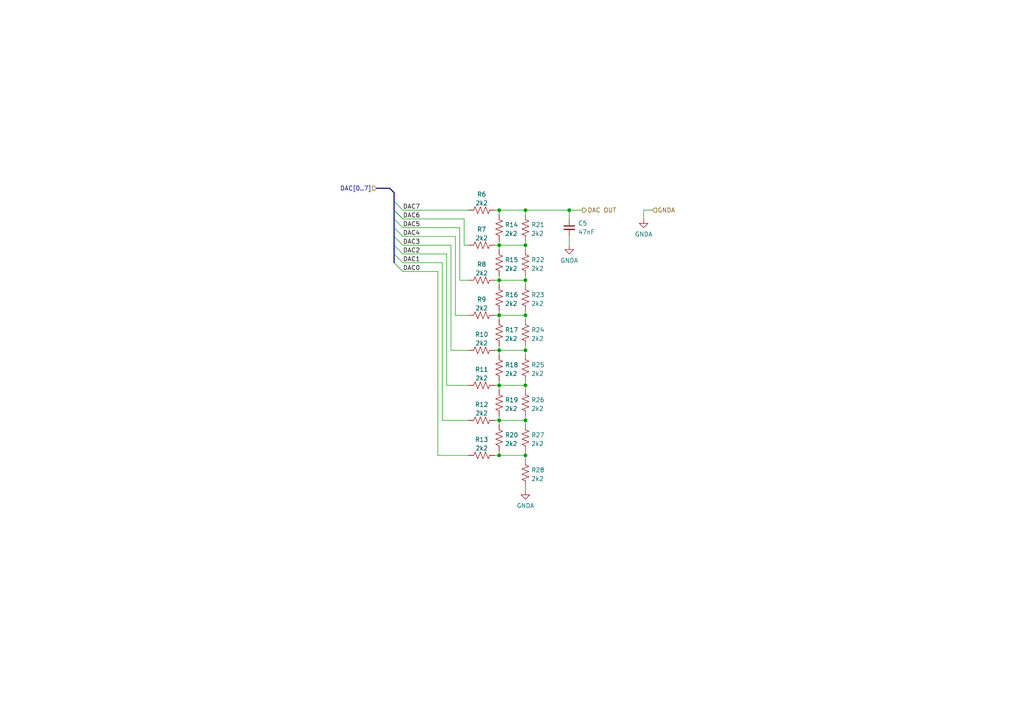
<source format=kicad_sch>
(kicad_sch (version 20230121) (generator eeschema)
  (paper "A4")
  (lib_symbols
    (symbol "Device:C_Small" (pin_numbers hide) (pin_names (offset 0.254) hide)
      (property "Reference" "C" (at 0.254 1.778 0))
      (property "Value" "C_Small" (at 0.254 -2.032 0))
      (symbol "C_Small_0_1"
        (polyline (pts (xy -1.524 -0.508) (xy 1.524 -0.508)) (stroke (width 0.3302)))
        (polyline (pts (xy -1.524 0.508) (xy 1.524 0.508)) (stroke (width 0.3048)))
      )
      (symbol "C_Small_1_1"
        (pin passive line (at 0 2.54 270) (length 2.032) (name "~") (number "1"))
        (pin passive line (at 0 -2.54 90) (length 2.032) (name "~") (number "2"))
      )
    )
    (symbol "Device:R_US" (pin_numbers hide) (pin_names (offset 0))
      (property "Reference" "R" (at 2.54 0 90))
      (property "Value" "R_US" (at -2.54 0 90))
      (symbol "R_US_0_1"
        (polyline (pts (xy 0 -2.286) (xy 0 -2.54)))
        (polyline (pts (xy 0 2.286) (xy 0 2.54)))
        (polyline (pts (xy 0 -0.762) (xy 1.016 -1.143) (xy 0 -1.524) (xy -1.016 -1.905) (xy 0 -2.286)))
        (polyline (pts (xy 0 0.762) (xy 1.016 0.381) (xy 0 0) (xy -1.016 -0.381) (xy 0 -0.762)))
        (polyline (pts (xy 0 2.286) (xy 1.016 1.905) (xy 0 1.524) (xy -1.016 1.143) (xy 0 0.762)))
      )
      (symbol "R_US_1_1"
        (pin passive line (at 0 3.81 270) (length 1.27) (name "~") (number "1"))
        (pin passive line (at 0 -3.81 90) (length 1.27) (name "~") (number "2"))
      )
    )
    (symbol "power:GNDA" (power) (pin_names (offset 0))
      (property "Value" "GNDA" (at 0 -3.81 0))
      (symbol "GNDA_0_1"
        (polyline (pts (xy 0 0) (xy 0 -1.27) (xy 1.27 -1.27) (xy 0 -2.54) (xy -1.27 -1.27) (xy 0 -1.27)))
      )
      (symbol "GNDA_1_1"
        (pin power_in line (at 0 0 270) (length 0) hide (name "GNDA") (number "1"))
      )
    )
  )
  (junction (at 165.1 60.96))
  (junction (at 152.4 71.12))
  (junction (at 144.78 101.6))
  (junction (at 152.4 91.44))
  (junction (at 152.4 132.08))
  (junction (at 144.78 121.92))
  (junction (at 144.78 60.96))
  (junction (at 144.78 71.12))
  (junction (at 152.4 121.92))
  (junction (at 144.78 132.08))
  (junction (at 144.78 81.28))
  (junction (at 152.4 111.76))
  (junction (at 152.4 81.28))
  (junction (at 144.78 91.44))
  (junction (at 144.78 111.76))
  (junction (at 152.4 60.96))
  (junction (at 152.4 101.6))
  (bus_entry (at 114.3 76.2) (size 2.54 2.54))
  (bus_entry (at 114.3 71.12) (size 2.54 2.54))
  (bus_entry (at 114.3 60.96) (size 2.54 2.54))
  (bus_entry (at 114.3 68.58) (size 2.54 2.54))
  (bus_entry (at 114.3 66.04) (size 2.54 2.54))
  (bus_entry (at 114.3 58.42) (size 2.54 2.54))
  (bus_entry (at 114.3 60.96) (size 2.54 2.54))
  (bus_entry (at 114.3 73.66) (size 2.54 2.54))
  (bus_entry (at 114.3 63.5) (size 2.54 2.54))
  (wire (pts (xy 152.4 132.08) (xy 152.4 133.35)))
  (bus (pts (xy 114.3 71.12) (xy 114.3 73.66)))
  (wire (pts (xy 143.51 101.6) (xy 144.78 101.6)))
  (wire (pts (xy 152.4 91.44) (xy 152.4 90.17)))
  (wire (pts (xy 144.78 91.44) (xy 152.4 91.44)))
  (wire (pts (xy 116.84 71.12) (xy 130.81 71.12)))
  (wire (pts (xy 152.4 81.28) (xy 152.4 80.01)))
  (wire (pts (xy 152.4 71.12) (xy 152.4 72.39)))
  (bus (pts (xy 114.3 58.42) (xy 114.3 60.96)))
  (wire (pts (xy 129.54 111.76) (xy 135.89 111.76)))
  (wire (pts (xy 144.78 81.28) (xy 152.4 81.28)))
  (wire (pts (xy 144.78 100.33) (xy 144.78 101.6)))
  (wire (pts (xy 152.4 71.12) (xy 152.4 69.85)))
  (wire (pts (xy 165.1 60.96) (xy 165.1 63.5)))
  (wire (pts (xy 143.51 132.08) (xy 144.78 132.08)))
  (wire (pts (xy 134.62 63.5) (xy 134.62 71.12)))
  (wire (pts (xy 152.4 121.92) (xy 152.4 123.19)))
  (wire (pts (xy 144.78 101.6) (xy 144.78 102.87)))
  (wire (pts (xy 130.81 101.6) (xy 135.89 101.6)))
  (wire (pts (xy 144.78 111.76) (xy 152.4 111.76)))
  (wire (pts (xy 144.78 69.85) (xy 144.78 71.12)))
  (wire (pts (xy 144.78 90.17) (xy 144.78 91.44)))
  (bus (pts (xy 114.3 60.96) (xy 114.3 63.5)))
  (wire (pts (xy 152.4 101.6) (xy 152.4 100.33)))
  (wire (pts (xy 144.78 71.12) (xy 144.78 72.39)))
  (wire (pts (xy 144.78 81.28) (xy 144.78 82.55)))
  (wire (pts (xy 152.4 91.44) (xy 152.4 92.71)))
  (wire (pts (xy 132.08 68.58) (xy 132.08 91.44)))
  (wire (pts (xy 144.78 71.12) (xy 152.4 71.12)))
  (wire (pts (xy 143.51 121.92) (xy 144.78 121.92)))
  (wire (pts (xy 144.78 123.19) (xy 144.78 121.92)))
  (wire (pts (xy 144.78 80.01) (xy 144.78 81.28)))
  (wire (pts (xy 144.78 91.44) (xy 144.78 92.71)))
  (bus (pts (xy 114.3 68.58) (xy 114.3 71.12)))
  (wire (pts (xy 143.51 71.12) (xy 144.78 71.12)))
  (wire (pts (xy 130.81 71.12) (xy 130.81 101.6)))
  (wire (pts (xy 152.4 60.96) (xy 165.1 60.96)))
  (wire (pts (xy 144.78 121.92) (xy 152.4 121.92)))
  (wire (pts (xy 116.84 73.66) (xy 129.54 73.66)))
  (wire (pts (xy 144.78 120.65) (xy 144.78 121.92)))
  (wire (pts (xy 144.78 132.08) (xy 152.4 132.08)))
  (wire (pts (xy 144.78 60.96) (xy 144.78 62.23)))
  (wire (pts (xy 165.1 68.58) (xy 165.1 71.12)))
  (bus (pts (xy 113.03 54.61) (xy 114.3 55.88)))
  (wire (pts (xy 152.4 111.76) (xy 152.4 113.03)))
  (wire (pts (xy 116.84 63.5) (xy 134.62 63.5)))
  (wire (pts (xy 116.84 76.2) (xy 128.27 76.2)))
  (wire (pts (xy 134.62 71.12) (xy 135.89 71.12)))
  (wire (pts (xy 116.84 68.58) (xy 132.08 68.58)))
  (wire (pts (xy 132.08 91.44) (xy 135.89 91.44)))
  (wire (pts (xy 127 132.08) (xy 135.89 132.08)))
  (wire (pts (xy 129.54 73.66) (xy 129.54 111.76)))
  (wire (pts (xy 127 78.74) (xy 127 132.08)))
  (wire (pts (xy 152.4 132.08) (xy 152.4 130.81)))
  (wire (pts (xy 152.4 101.6) (xy 152.4 102.87)))
  (wire (pts (xy 186.69 60.96) (xy 189.23 60.96)))
  (bus (pts (xy 114.3 73.66) (xy 114.3 76.2)))
  (wire (pts (xy 152.4 121.92) (xy 152.4 120.65)))
  (wire (pts (xy 143.51 81.28) (xy 144.78 81.28)))
  (wire (pts (xy 152.4 111.76) (xy 152.4 110.49)))
  (wire (pts (xy 144.78 111.76) (xy 144.78 113.03)))
  (bus (pts (xy 114.3 55.88) (xy 114.3 58.42)))
  (wire (pts (xy 133.35 81.28) (xy 135.89 81.28)))
  (wire (pts (xy 152.4 60.96) (xy 152.4 62.23)))
  (wire (pts (xy 152.4 81.28) (xy 152.4 82.55)))
  (bus (pts (xy 114.3 66.04) (xy 114.3 68.58)))
  (wire (pts (xy 186.69 63.5) (xy 186.69 60.96)))
  (wire (pts (xy 116.84 60.96) (xy 135.89 60.96)))
  (wire (pts (xy 143.51 91.44) (xy 144.78 91.44)))
  (wire (pts (xy 144.78 101.6) (xy 152.4 101.6)))
  (wire (pts (xy 144.78 130.81) (xy 144.78 132.08)))
  (wire (pts (xy 127 78.74) (xy 116.84 78.74)))
  (wire (pts (xy 133.35 66.04) (xy 133.35 81.28)))
  (wire (pts (xy 165.1 60.96) (xy 168.91 60.96)))
  (wire (pts (xy 143.51 111.76) (xy 144.78 111.76)))
  (wire (pts (xy 128.27 76.2) (xy 128.27 121.92)))
  (wire (pts (xy 143.51 60.96) (xy 144.78 60.96)))
  (wire (pts (xy 152.4 140.97) (xy 152.4 142.24)))
  (wire (pts (xy 144.78 110.49) (xy 144.78 111.76)))
  (wire (pts (xy 116.84 66.04) (xy 133.35 66.04)))
  (bus (pts (xy 109.22 54.61) (xy 113.03 54.61)))
  (bus (pts (xy 114.3 63.5) (xy 114.3 66.04)))
  (wire (pts (xy 128.27 121.92) (xy 135.89 121.92)))
  (wire (pts (xy 144.78 60.96) (xy 152.4 60.96)))
  (label "DAC4" (at 116.84 68.58 0))
  (label "DAC3" (at 116.84 71.12 0))
  (label "DAC5" (at 116.84 66.04 0))
  (label "DAC0" (at 116.84 78.74 0))
  (label "DAC6" (at 116.84 63.5 0))
  (label "DAC1" (at 116.84 76.2 0))
  (label "DAC7" (at 116.84 60.96 0))
  (label "DAC2" (at 116.84 73.66 0))
  (hierarchical_label "DAC[0..7]" (shape input) (at 109.22 54.61 180))
  (hierarchical_label "DAC OUT" (shape output) (at 168.91 60.96 0))
  (hierarchical_label "GNDA" (shape input) (at 189.23 60.96 0))
  (symbol (lib_id "power:GNDA") (at 186.69 63.5 0) (unit 1)
    (property "Reference" "#PWR026" (effects hide))
    (property "Value" "GNDA" (at 186.69 67.9434 0))
  )
  (symbol (lib_id "Device:R_US") (at 139.7 81.28 90) (unit 1)
    (property "Reference" "R8" (at 139.7 76.6912 90))
    (property "Value" "2k2" (at 139.7 79.2281 90))
    (property "Footprint" "Resistor_SMD:R_1206_3216Metric" (effects hide))
  )
  (symbol (lib_id "Device:R_US") (at 139.7 71.12 90) (unit 1)
    (property "Reference" "R7" (at 139.7 66.5312 90))
    (property "Value" "2k2" (at 139.7 69.0681 90))
    (property "Footprint" "Resistor_SMD:R_1206_3216Metric" (effects hide))
  )
  (symbol (lib_id "Device:R_US") (at 139.7 101.6 90) (unit 1)
    (property "Reference" "R10" (at 139.7 97.0112 90))
    (property "Value" "2k2" (at 139.7 99.5481 90))
    (property "Footprint" "Resistor_SMD:R_1206_3216Metric" (effects hide))
  )
  (symbol (lib_id "Device:R_US") (at 144.78 106.68 0) (unit 1)
    (property "Reference" "R18" (at 146.431 105.8453 0) (effects (justify left)))
    (property "Value" "2k2" (at 146.431 108.3822 0) (effects (justify left)))
    (property "Footprint" "Resistor_SMD:R_1206_3216Metric" (effects hide))
  )
  (symbol (lib_id "Device:R_US") (at 139.7 60.96 90) (unit 1)
    (property "Reference" "R6" (at 139.7 56.3712 90))
    (property "Value" "2k2" (at 139.7 58.9081 90))
    (property "Footprint" "Resistor_SMD:R_1206_3216Metric" (effects hide))
  )
  (symbol (lib_id "Device:R_US") (at 144.78 116.84 0) (unit 1)
    (property "Reference" "R19" (at 146.431 116.0053 0) (effects (justify left)))
    (property "Value" "2k2" (at 146.431 118.5422 0) (effects (justify left)))
    (property "Footprint" "Resistor_SMD:R_1206_3216Metric" (effects hide))
  )
  (symbol (lib_id "Device:R_US") (at 144.78 76.2 0) (unit 1)
    (property "Reference" "R15" (at 146.431 75.3653 0) (effects (justify left)))
    (property "Value" "2k2" (at 146.431 77.9022 0) (effects (justify left)))
    (property "Footprint" "Resistor_SMD:R_1206_3216Metric" (effects hide))
  )
  (symbol (lib_id "Device:C_Small") (at 165.1 66.04 0) (unit 1)
    (property "Reference" "C5" (at 167.64 64.7763 0) (effects (justify left)))
    (property "Value" "47nF" (at 167.64 67.3163 0) (effects (justify left)))
    (property "Footprint" "Capacitor_THT:C_Disc_D3.8mm_W2.6mm_P2.50mm" (effects hide))
  )
  (symbol (lib_id "Device:R_US") (at 152.4 96.52 0) (unit 1)
    (property "Reference" "R24" (at 154.051 95.6853 0) (effects (justify left)))
    (property "Value" "2k2" (at 154.051 98.2222 0) (effects (justify left)))
    (property "Footprint" "Resistor_SMD:R_1206_3216Metric" (effects hide))
  )
  (symbol (lib_id "Device:R_US") (at 139.7 111.76 90) (unit 1)
    (property "Reference" "R11" (at 139.7 107.1712 90))
    (property "Value" "2k2" (at 139.7 109.7081 90))
    (property "Footprint" "Resistor_SMD:R_1206_3216Metric" (effects hide))
  )
  (symbol (lib_id "Device:R_US") (at 152.4 106.68 0) (unit 1)
    (property "Reference" "R25" (at 154.051 105.8453 0) (effects (justify left)))
    (property "Value" "2k2" (at 154.051 108.3822 0) (effects (justify left)))
    (property "Footprint" "Resistor_SMD:R_1206_3216Metric" (effects hide))
  )
  (symbol (lib_id "Device:R_US") (at 152.4 66.04 0) (unit 1)
    (property "Reference" "R21" (at 154.051 65.2053 0) (effects (justify left)))
    (property "Value" "2k2" (at 154.051 67.7422 0) (effects (justify left)))
    (property "Footprint" "Resistor_SMD:R_1206_3216Metric" (effects hide))
  )
  (symbol (lib_id "power:GNDA") (at 152.4 142.24 0) (unit 1)
    (property "Reference" "#PWR024" (effects hide))
    (property "Value" "GNDA" (at 152.4 146.6834 0))
  )
  (symbol (lib_id "Device:R_US") (at 139.7 132.08 90) (unit 1)
    (property "Reference" "R13" (at 139.7 127.4912 90))
    (property "Value" "2k2" (at 139.7 130.0281 90))
    (property "Footprint" "Resistor_SMD:R_1206_3216Metric" (effects hide))
  )
  (symbol (lib_id "Device:R_US") (at 152.4 137.16 180) (unit 1)
    (property "Reference" "R28" (at 154.051 136.3253 0) (effects (justify right)))
    (property "Value" "2k2" (at 154.051 138.8622 0) (effects (justify right)))
    (property "Footprint" "Resistor_SMD:R_1206_3216Metric" (effects hide))
  )
  (symbol (lib_id "power:GNDA") (at 165.1 71.12 0) (unit 1)
    (property "Reference" "#PWR025" (effects hide))
    (property "Value" "GNDA" (at 165.1 75.5634 0))
  )
  (symbol (lib_id "Device:R_US") (at 152.4 116.84 0) (unit 1)
    (property "Reference" "R26" (at 154.051 116.0053 0) (effects (justify left)))
    (property "Value" "2k2" (at 154.051 118.5422 0) (effects (justify left)))
    (property "Footprint" "Resistor_SMD:R_1206_3216Metric" (effects hide))
  )
  (symbol (lib_id "Device:R_US") (at 144.78 66.04 0) (unit 1)
    (property "Reference" "R14" (at 146.431 65.2053 0) (effects (justify left)))
    (property "Value" "2k2" (at 146.431 67.7422 0) (effects (justify left)))
    (property "Footprint" "Resistor_SMD:R_1206_3216Metric" (effects hide))
  )
  (symbol (lib_id "Device:R_US") (at 152.4 86.36 0) (unit 1)
    (property "Reference" "R23" (at 154.051 85.5253 0) (effects (justify left)))
    (property "Value" "2k2" (at 154.051 88.0622 0) (effects (justify left)))
    (property "Footprint" "Resistor_SMD:R_1206_3216Metric" (effects hide))
  )
  (symbol (lib_id "Device:R_US") (at 144.78 127 0) (unit 1)
    (property "Reference" "R20" (at 146.431 126.1653 0) (effects (justify left)))
    (property "Value" "2k2" (at 146.431 128.7022 0) (effects (justify left)))
    (property "Footprint" "Resistor_SMD:R_1206_3216Metric" (effects hide))
  )
  (symbol (lib_id "Device:R_US") (at 144.78 96.52 0) (unit 1)
    (property "Reference" "R17" (at 146.431 95.6853 0) (effects (justify left)))
    (property "Value" "2k2" (at 146.431 98.2222 0) (effects (justify left)))
    (property "Footprint" "Resistor_SMD:R_1206_3216Metric" (effects hide))
  )
  (symbol (lib_id "Device:R_US") (at 144.78 86.36 0) (unit 1)
    (property "Reference" "R16" (at 146.431 85.5253 0) (effects (justify left)))
    (property "Value" "2k2" (at 146.431 88.0622 0) (effects (justify left)))
    (property "Footprint" "Resistor_SMD:R_1206_3216Metric" (effects hide))
  )
  (symbol (lib_id "Device:R_US") (at 152.4 127 0) (unit 1)
    (property "Reference" "R27" (at 154.051 126.1653 0) (effects (justify left)))
    (property "Value" "2k2" (at 154.051 128.7022 0) (effects (justify left)))
    (property "Footprint" "Resistor_SMD:R_1206_3216Metric" (effects hide))
  )
  (symbol (lib_id "Device:R_US") (at 139.7 121.92 90) (unit 1)
    (property "Reference" "R12" (at 139.7 117.3312 90))
    (property "Value" "2k2" (at 139.7 119.8681 90))
    (property "Footprint" "Resistor_SMD:R_1206_3216Metric" (effects hide))
  )
  (symbol (lib_id "Device:R_US") (at 152.4 76.2 0) (unit 1)
    (property "Reference" "R22" (at 154.051 75.3653 0) (effects (justify left)))
    (property "Value" "2k2" (at 154.051 77.9022 0) (effects (justify left)))
    (property "Footprint" "Resistor_SMD:R_1206_3216Metric" (effects hide))
  )
  (symbol (lib_id "Device:R_US") (at 139.7 91.44 90) (unit 1)
    (property "Reference" "R9" (at 139.7 86.8512 90))
    (property "Value" "2k2" (at 139.7 89.3881 90))
    (property "Footprint" "Resistor_SMD:R_1206_3216Metric" (effects hide))
  )
)
</source>
